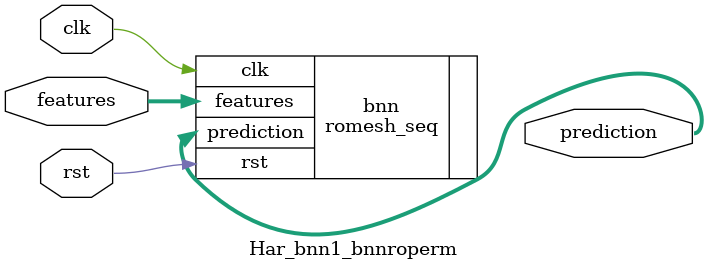
<source format=v>














module Har_bnn1_bnnroperm #(

parameter FEAT_CNT = 12,
parameter HIDDEN_CNT = 40,
parameter FEAT_BITS = 4,
parameter CLASS_CNT = 6,
parameter TEST_CNT = 1000


  ) (
  input clk,
  input rst,
  input [FEAT_CNT*FEAT_BITS-1:0] features,
  output [$clog2(CLASS_CNT)-1:0] prediction
  );

  localparam Weights0 = 480'b000100000111011001111010001100000101000011110011000100101111101001101010000110110111001011101011000110000001100111001110111011101000111011111000101110101101011010001100000011000000101011110010000110010101111000010110111001100001111000111100100110000101011000001101000000100100101000111100110100000001110101000100110101010101111000110001001100101101100111100110010111110100001110000010100100000001110001110010001101001001111001110001010011011001110000111111010011110101101000111001 ;
  localparam Weights1 = 240'b100001111010000010011010111010111110101010100110101011111000010110111011100011101000011011100010001110101010111111001110000001100111111100010111101110100010010100000100001111010101100011111110010100110100000000010011010101001011101001100110 ;

  romesh_seq #(.FEAT_CNT(FEAT_CNT),.FEAT_BITS(FEAT_BITS),.HIDDEN_CNT(HIDDEN_CNT),.CLASS_CNT(CLASS_CNT),.Weights0(Weights0),.Weights1(Weights1)) bnn (
    .clk(clk),
    .rst(rst),
    .features(features),
    .prediction(prediction)
  );

endmodule

</source>
